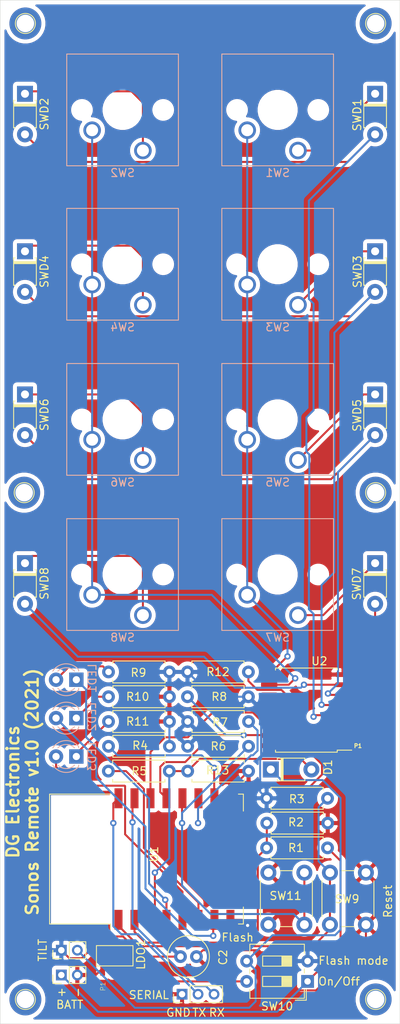
<source format=kicad_pcb>
(kicad_pcb (version 20171130) (host pcbnew "(5.1.9)-1")
  (layers (0 F.Cu signal) (31 B.Cu signal) (34 B.Paste user) (35 F.Paste user) (36 B.SilkS user hide) (37 F.SilkS user) (38 B.Mask user) (39 F.Mask user) (44 Edge.Cuts user))
  (net 0 "")
  (net 1 GND)
  (net 2 +3V3)
  (net 3 /+VE_BATT)
  (net 4 /ADC)
  (net 5 "Net-(R3-Pad1)")
  (net 6 "Net-(R5-Pad2)")
  (net 7 "Net-(R6-Pad2)")
  (net 8 /SDA)
  (net 9 /SCL)
  (net 10 "Net-(SW1-Pad2)")
  (net 11 "Net-(LED1-Pad2)")
  (net 12 "Net-(LED1-Pad1)")
  (net 13 "Net-(LED2-Pad2)")
  (net 14 "Net-(LED2-Pad1)")
  (net 15 "Net-(LED3-Pad2)")
  (net 16 "Net-(LED3-Pad1)")
  (net 17 "Net-(SW1-Pad1)")
  (net 18 "Net-(SW2-Pad2)")
  (net 19 "Net-(SW2-Pad1)")
  (net 20 "Net-(SW3-Pad1)")
  (net 21 "Net-(SW4-Pad1)")
  (net 22 "Net-(SW5-Pad1)")
  (net 23 "Net-(SW6-Pad1)")
  (net 24 "Net-(SW7-Pad1)")
  (net 25 "Net-(SW8-Pad1)")
  (net 26 "Net-(SWD1-Pad2)")
  (net 27 "Net-(SWD3-Pad2)")
  (net 28 "Net-(SWD5-Pad2)")
  (net 29 "Net-(SWD7-Pad2)")
  (net 30 /CH_PD)
  (net 31 /TILT)
  (net 32 "Net-(LDO1-Pad2)")
  (net 33 "Net-(R4-Pad1)")
  (net 34 "Net-(R7-Pad2)")
  (net 35 /TXD)
  (net 36 /RXD)
  (module Package_SO:SOIC-16W_7.5x10.3mm_P1.27mm (layer F.Cu) (at 60.3 111.775 180)
    (fp_text reference U2 (at -1.625 6.125) (layer F.SilkS))
    (fp_text value PCF8574)
    (fp_text user P1 (at -6.45 -4.475 180) (layer F.SilkS) (effects (font (size 0.5 0.5) (thickness 0.125))))
    (pad 16 smd roundrect (at 4.65 -4.445 180) (size 2.05 0.6) (layers F.Cu F.Paste F.Mask) (net 2 +3V3))
    (pad 15 smd roundrect (at 4.65 -3.175 180) (size 2.05 0.6) (layers F.Cu F.Paste F.Mask) (net 8 /SDA))
    (pad 14 smd roundrect (at 4.65 -1.905 180) (size 2.05 0.6) (layers F.Cu F.Paste F.Mask) (net 9 /SCL))
    (pad 13 smd roundrect (at 4.65 -0.635 180) (size 2.05 0.6) (layers F.Cu F.Paste F.Mask))
    (pad 12 smd roundrect (at 4.65 0.635 180) (size 2.05 0.6) (layers F.Cu F.Paste F.Mask))
    (pad 11 smd roundrect (at 4.65 1.905 180) (size 2.05 0.6) (layers F.Cu F.Paste F.Mask))
    (pad 10 smd roundrect (at 4.65 3.175 180) (size 2.05 0.6) (layers F.Cu F.Paste F.Mask) (net 18 "Net-(SW2-Pad2)"))
    (pad 9 smd roundrect (at 4.65 4.445 180) (size 2.05 0.6) (layers F.Cu F.Paste F.Mask) (net 10 "Net-(SW1-Pad2)"))
    (pad 8 smd roundrect (at -4.65 4.445 180) (size 2.05 0.6) (layers F.Cu F.Paste F.Mask) (net 1 GND))
    (pad 7 smd roundrect (at -4.65 3.175 180) (size 2.05 0.6) (layers F.Cu F.Paste F.Mask) (net 29 "Net-(SWD7-Pad2)"))
    (pad 6 smd roundrect (at -4.65 1.905 180) (size 2.05 0.6) (layers F.Cu F.Paste F.Mask) (net 28 "Net-(SWD5-Pad2)"))
    (pad 5 smd roundrect (at -4.65 0.635 180) (size 2.05 0.6) (layers F.Cu F.Paste F.Mask) (net 27 "Net-(SWD3-Pad2)"))
    (pad 4 smd roundrect (at -4.65 -0.635 180) (size 2.05 0.6) (layers F.Cu F.Paste F.Mask) (net 26 "Net-(SWD1-Pad2)"))
    (pad 3 smd roundrect (at -4.65 -1.905 180) (size 2.05 0.6) (layers F.Cu F.Paste F.Mask) (net 1 GND))
    (pad 2 smd roundrect (at -4.65 -3.175 180) (size 2.05 0.6) (layers F.Cu F.Paste F.Mask) (net 1 GND))
    (pad 1 smd roundrect (at -4.65 -4.445 180) (size 2.05 0.6) (layers F.Cu F.Paste F.Mask) (net 1 GND))
  )
  (module Connector_Pin:Pin_D1.0mm_L10.0mm (layer F.Cu) (at 68.965 147.955)
    (fp_text reference " " hide)
    (fp_text value " " hide)
    (pad 1 thru_hole circle (at 0 0) (size 4 4) (drill 2.2) (layers *.Cu *.Mask))
  )
  (module Connector_Pin:Pin_D1.0mm_L10.0mm (layer F.Cu) (at 25.15 147.955)
    (fp_text reference " " hide)
    (fp_text value " " hide)
    (pad 1 thru_hole circle (at 0 0) (size 4 4) (drill 2.2) (layers *.Cu *.Mask))
  )
  (module Connector_Pin:Pin_D1.0mm_L10.0mm (layer F.Cu) (at 25 84.582)
    (fp_text reference " " hide)
    (fp_text value " " hide)
    (pad 1 thru_hole circle (at 0 0) (size 4 4) (drill 2.2) (layers *.Cu *.Mask))
  )
  (module Connector_Pin:Pin_D1.0mm_L10.0mm (layer F.Cu) (at 68.965 84.582)
    (fp_text reference " " hide)
    (fp_text value " " hide)
    (pad 1 thru_hole circle (at 0 0) (size 4 4) (drill 2.2) (layers *.Cu *.Mask))
  )
  (module Connector_Pin:Pin_D1.0mm_L10.0mm (layer F.Cu) (at 68.965 25.908)
    (fp_text reference " " hide)
    (fp_text value " " hide)
    (pad 1 thru_hole circle (at 0 0) (size 4 4) (drill 2.2) (layers *.Cu *.Mask))
  )
  (module Connector_Pin:Pin_D1.0mm_L10.0mm (layer F.Cu) (at 25.15 25.908)
    (fp_text reference " " hide)
    (fp_text value " " hide)
    (pad 1 thru_hole circle (at 0 0) (size 4 4) (drill 2.2) (layers *.Cu *.Mask))
  )
  (module RF_Module:ESP-12E (layer F.Cu) (at 40.3 130.4 90)
    (fp_text reference U1 (at 0.6 0.95 90) (layer F.SilkS))
    (fp_text value ESP-12F)
    (pad 22 smd rect (at 7.6 -3.5 90) (size 2.5 1) (layers F.Cu F.Paste F.Mask) (net 35 /TXD))
    (pad 21 smd rect (at 7.6 -1.5 90) (size 2.5 1) (layers F.Cu F.Paste F.Mask) (net 36 /RXD))
    (pad 20 smd rect (at 7.6 0.5 90) (size 2.5 1) (layers F.Cu F.Paste F.Mask) (net 9 /SCL))
    (pad 19 smd rect (at 7.6 2.5 90) (size 2.5 1) (layers F.Cu F.Paste F.Mask) (net 8 /SDA))
    (pad 18 smd rect (at 7.6 4.5 90) (size 2.5 1) (layers F.Cu F.Paste F.Mask) (net 7 "Net-(R6-Pad2)"))
    (pad 17 smd rect (at 7.6 6.5 90) (size 2.5 1) (layers F.Cu F.Paste F.Mask) (net 34 "Net-(R7-Pad2)"))
    (pad 16 smd rect (at 7.6 8.5 90) (size 2.5 1) (layers F.Cu F.Paste F.Mask) (net 33 "Net-(R4-Pad1)"))
    (pad 15 smd rect (at 7.6 10.5 90) (size 2.5 1) (layers F.Cu F.Paste F.Mask) (net 1 GND))
    (pad 14 smd rect (at 5 12 90) (size 1 1.8) (layers F.Cu F.Paste F.Mask))
    (pad 13 smd rect (at 3 12 90) (size 1 1.8) (layers F.Cu F.Paste F.Mask))
    (pad 12 smd rect (at 1 12 90) (size 1 1.8) (layers F.Cu F.Paste F.Mask))
    (pad 11 smd rect (at -1 12 90) (size 1 1.8) (layers F.Cu F.Paste F.Mask))
    (pad 10 smd rect (at -3 12 90) (size 1 1.8) (layers F.Cu F.Paste F.Mask))
    (pad 9 smd rect (at -5 12 90) (size 1 1.8) (layers F.Cu F.Paste F.Mask))
    (pad 8 smd rect (at -7.6 10.5 90) (size 2.5 1) (layers F.Cu F.Paste F.Mask) (net 2 +3V3))
    (pad 7 smd rect (at -7.6 8.5 90) (size 2.5 1) (layers F.Cu F.Paste F.Mask) (net 13 "Net-(LED2-Pad2)"))
    (pad 6 smd rect (at -7.6 6.5 90) (size 2.5 1) (layers F.Cu F.Paste F.Mask) (net 6 "Net-(R5-Pad2)"))
    (pad 5 smd rect (at -7.6 4.5 90) (size 2.5 1) (layers F.Cu F.Paste F.Mask) (net 15 "Net-(LED3-Pad2)"))
    (pad 4 smd rect (at -7.6 2.5 90) (size 2.5 1) (layers F.Cu F.Paste F.Mask) (net 12 "Net-(LED1-Pad1)"))
    (pad 3 smd rect (at -7.6 0.5 90) (size 2.5 1) (layers F.Cu F.Paste F.Mask) (net 30 /CH_PD))
    (pad 2 smd rect (at -7.6 -1.5 90) (size 2.5 1) (layers F.Cu F.Paste F.Mask) (net 4 /ADC))
    (pad 1 smd rect (at -7.6 -3.5 90) (size 2.5 1) (layers F.Cu F.Paste F.Mask) (net 5 "Net-(R3-Pad1)"))
  )
  (module LED_THT:LED_D3.0mm (layer B.Cu) (at 31.525 112.775 180)
    (fp_text reference LED2 (at -1.95 0.175 -90) (layer B.SilkS) (effects (justify mirror)))
    (fp_text value ROOM0)
    (pad 2 thru_hole circle (at 2.54 0 180) (size 1.8 1.8) (drill 0.9) (layers *.Cu *.Mask) (net 13 "Net-(LED2-Pad2)"))
    (pad 1 thru_hole rect (at 0 0 180) (size 1.8 1.8) (drill 0.9) (layers *.Cu *.Mask) (net 14 "Net-(LED2-Pad1)"))
  )
  (module Resistor_THT:R_Axial_DIN0207_L6.3mm_D2.5mm_P7.62mm_Horizontal (layer F.Cu) (at 45.45 119.4)
    (fp_text reference R13 (at 3.75 -0.1) (layer F.SilkS))
    (fp_text value 10K)
    (pad 2 thru_hole oval (at 7.62 0) (size 1.6 1.6) (drill 0.8) (layers *.Cu *.Mask) (net 1 GND))
    (pad 1 thru_hole circle (at 0 0) (size 1.6 1.6) (drill 0.8) (layers *.Cu *.Mask) (net 30 /CH_PD))
  )
  (module Resistor_THT:R_Axial_DIN0207_L6.3mm_D2.5mm_P7.62mm_Horizontal (layer F.Cu) (at 53.05 107 180)
    (fp_text reference R12 (at 3.81 0) (layer F.SilkS))
    (fp_text value 2.2K)
    (pad 2 thru_hole oval (at 7.62 0 180) (size 1.6 1.6) (drill 0.8) (layers *.Cu *.Mask) (net 2 +3V3))
    (pad 1 thru_hole circle (at 0 0 180) (size 1.6 1.6) (drill 0.8) (layers *.Cu *.Mask) (net 9 /SCL))
  )
  (module Resistor_THT:R_Axial_DIN0207_L6.3mm_D2.5mm_P7.62mm_Horizontal (layer F.Cu) (at 35.55 113.2)
    (fp_text reference R11 (at 3.65 0) (layer F.SilkS))
    (fp_text value 220)
    (pad 2 thru_hole oval (at 7.62 0) (size 1.6 1.6) (drill 0.8) (layers *.Cu *.Mask) (net 1 GND))
    (pad 1 thru_hole circle (at 0 0) (size 1.6 1.6) (drill 0.8) (layers *.Cu *.Mask) (net 16 "Net-(LED3-Pad1)"))
  )
  (module Resistor_THT:R_Axial_DIN0207_L6.3mm_D2.5mm_P7.62mm_Horizontal (layer F.Cu) (at 35.55 110.1)
    (fp_text reference R10 (at 3.65 0) (layer F.SilkS))
    (fp_text value 220)
    (pad 2 thru_hole oval (at 7.62 0) (size 1.6 1.6) (drill 0.8) (layers *.Cu *.Mask) (net 1 GND))
    (pad 1 thru_hole circle (at 0 0) (size 1.6 1.6) (drill 0.8) (layers *.Cu *.Mask) (net 14 "Net-(LED2-Pad1)"))
  )
  (module Resistor_THT:R_Axial_DIN0207_L6.3mm_D2.5mm_P7.62mm_Horizontal (layer F.Cu) (at 35.55 107)
    (fp_text reference R9 (at 3.75 0.1) (layer F.SilkS))
    (fp_text value 220)
    (pad 2 thru_hole oval (at 7.62 0) (size 1.6 1.6) (drill 0.8) (layers *.Cu *.Mask) (net 2 +3V3))
    (pad 1 thru_hole circle (at 0 0) (size 1.6 1.6) (drill 0.8) (layers *.Cu *.Mask) (net 11 "Net-(LED1-Pad2)"))
  )
  (module Resistor_THT:R_Axial_DIN0207_L6.3mm_D2.5mm_P7.62mm_Horizontal (layer F.Cu) (at 53.05 110.1 180)
    (fp_text reference R8 (at 3.65 0) (layer F.SilkS))
    (fp_text value 2.2K)
    (pad 2 thru_hole oval (at 7.62 0 180) (size 1.6 1.6) (drill 0.8) (layers *.Cu *.Mask) (net 8 /SDA))
    (pad 1 thru_hole circle (at 0 0 180) (size 1.6 1.6) (drill 0.8) (layers *.Cu *.Mask) (net 2 +3V3))
  )
  (module Resistor_THT:R_Axial_DIN0207_L6.3mm_D2.5mm_P7.62mm_Horizontal (layer F.Cu) (at 45.45 113.2)
    (fp_text reference R7 (at 4.05 0.1) (layer F.SilkS))
    (fp_text value 10K)
    (pad 2 thru_hole oval (at 7.62 0) (size 1.6 1.6) (drill 0.8) (layers *.Cu *.Mask) (net 34 "Net-(R7-Pad2)"))
    (pad 1 thru_hole circle (at 0 0) (size 1.6 1.6) (drill 0.8) (layers *.Cu *.Mask) (net 2 +3V3))
  )
  (module Resistor_THT:R_Axial_DIN0207_L6.3mm_D2.5mm_P7.62mm_Horizontal (layer F.Cu) (at 45.45 116.3)
    (fp_text reference R6 (at 3.85 0) (layer F.SilkS))
    (fp_text value 10K)
    (pad 2 thru_hole oval (at 7.62 0) (size 1.6 1.6) (drill 0.8) (layers *.Cu *.Mask) (net 7 "Net-(R6-Pad2)"))
    (pad 1 thru_hole circle (at 0 0) (size 1.6 1.6) (drill 0.8) (layers *.Cu *.Mask) (net 2 +3V3))
  )
  (module Resistor_THT:R_Axial_DIN0207_L6.3mm_D2.5mm_P7.62mm_Horizontal (layer F.Cu) (at 43.15 119.4 180)
    (fp_text reference R5 (at 3.75 0) (layer F.SilkS))
    (fp_text value 1K)
    (pad 2 thru_hole oval (at 7.62 0 180) (size 1.6 1.6) (drill 0.8) (layers *.Cu *.Mask) (net 6 "Net-(R5-Pad2)"))
    (pad 1 thru_hole circle (at 0 0 180) (size 1.6 1.6) (drill 0.8) (layers *.Cu *.Mask) (net 30 /CH_PD))
  )
  (module Resistor_THT:R_Axial_DIN0207_L6.3mm_D2.5mm_P7.62mm_Horizontal (layer F.Cu) (at 35.55 116.3)
    (fp_text reference R4 (at 3.95 -0.1) (layer F.SilkS))
    (fp_text value 10K)
    (pad 2 thru_hole oval (at 7.62 0) (size 1.6 1.6) (drill 0.8) (layers *.Cu *.Mask) (net 1 GND))
    (pad 1 thru_hole circle (at 0 0) (size 1.6 1.6) (drill 0.8) (layers *.Cu *.Mask) (net 33 "Net-(R4-Pad1)"))
  )
  (module Resistor_THT:R_Axial_DIN0207_L6.3mm_D2.5mm_P7.62mm_Horizontal (layer F.Cu) (at 62.95 122.8 180)
    (fp_text reference R3 (at 3.85 -0.1) (layer F.SilkS))
    (fp_text value 10K)
    (pad 2 thru_hole oval (at 7.62 0 180) (size 1.6 1.6) (drill 0.8) (layers *.Cu *.Mask) (net 2 +3V3))
    (pad 1 thru_hole circle (at 0 0 180) (size 1.6 1.6) (drill 0.8) (layers *.Cu *.Mask) (net 5 "Net-(R3-Pad1)"))
  )
  (module Resistor_THT:R_Axial_DIN0207_L6.3mm_D2.5mm_P7.62mm_Horizontal (layer F.Cu) (at 55.35 125.9)
    (fp_text reference R2 (at 3.65 -0.1) (layer F.SilkS))
    (fp_text value 10K)
    (pad 2 thru_hole oval (at 7.62 0) (size 1.6 1.6) (drill 0.8) (layers *.Cu *.Mask) (net 1 GND))
    (pad 1 thru_hole circle (at 0 0) (size 1.6 1.6) (drill 0.8) (layers *.Cu *.Mask) (net 4 /ADC))
  )
  (module Connector_PinHeader_2.00mm:PinHeader_1x03_P2.00mm_Vertical (layer F.Cu) (at 44.75 147.3 90)
    (fp_text reference SERIAL (at -0.1 -4.15 180) (layer F.SilkS))
    (fp_text value Serial)
    (fp_text user GND (at -2.3 -0.45 180) (layer F.SilkS))
    (fp_text user TX (at -2.3 2.15 180) (layer F.SilkS))
    (fp_text user RX (at -2.3 4.35 180) (layer F.SilkS))
    (pad 3 thru_hole oval (at 0 4 90) (size 1.35 1.35) (drill 0.8) (layers *.Cu *.Mask) (net 36 /RXD))
    (pad 2 thru_hole oval (at 0 2 90) (size 1.35 1.35) (drill 0.8) (layers *.Cu *.Mask) (net 35 /TXD))
    (pad 1 thru_hole rect (at 0 0 90) (size 1.35 1.35) (drill 0.8) (layers *.Cu *.Mask) (net 1 GND))
  )
  (module Connector_PinHeader_2.00mm:PinHeader_1x02_P2.00mm_Vertical (layer F.Cu) (at 29.65 141.8 90)
    (fp_text reference TILT (at 0 -2.35 90) (layer F.SilkS))
    (fp_text value Conn_01x02_Female hide)
    (pad 2 thru_hole oval (at 0 2 90) (size 1.35 1.35) (drill 0.8) (layers *.Cu *.Mask) (net 31 /TILT))
    (pad 1 thru_hole rect (at 0 0 90) (size 1.35 1.35) (drill 0.8) (layers *.Cu *.Mask) (net 2 +3V3))
  )
  (module Diode_THT:D_T-1_P5.08mm_Horizontal (layer F.Cu) (at 25.1 93.4 270)
    (fp_text reference SWD8 (at 2.54 -2.42 90) (layer F.SilkS))
    (fp_text value DIODE)
    (pad 2 thru_hole oval (at 5.08 0 270) (size 2 2) (drill 1) (layers *.Cu *.Mask) (net 29 "Net-(SWD7-Pad2)"))
    (pad 1 thru_hole rect (at 0 0 270) (size 2 2) (drill 1) (layers *.Cu *.Mask) (net 25 "Net-(SW8-Pad1)"))
  )
  (module Diode_THT:D_T-1_P5.08mm_Horizontal (layer F.Cu) (at 68.9 93.4 270)
    (fp_text reference SWD7 (at 2.6 2.3 90) (layer F.SilkS))
    (fp_text value DIODE)
    (pad 2 thru_hole oval (at 5.08 0 270) (size 2 2) (drill 1) (layers *.Cu *.Mask) (net 29 "Net-(SWD7-Pad2)"))
    (pad 1 thru_hole rect (at 0 0 270) (size 2 2) (drill 1) (layers *.Cu *.Mask) (net 24 "Net-(SW7-Pad1)"))
  )
  (module Diode_THT:D_T-1_P5.08mm_Horizontal (layer F.Cu) (at 25.1 72.3 270)
    (fp_text reference SWD6 (at 2.54 -2.42 90) (layer F.SilkS))
    (fp_text value DIODE)
    (pad 2 thru_hole oval (at 5.08 0 270) (size 2 2) (drill 1) (layers *.Cu *.Mask) (net 28 "Net-(SWD5-Pad2)"))
    (pad 1 thru_hole rect (at 0 0 270) (size 2 2) (drill 1) (layers *.Cu *.Mask) (net 23 "Net-(SW6-Pad1)"))
  )
  (module Diode_THT:D_T-1_P5.08mm_Horizontal (layer F.Cu) (at 68.9 72.3 270)
    (fp_text reference SWD5 (at 2.625 2.25 90) (layer F.SilkS))
    (fp_text value DIODE)
    (pad 2 thru_hole oval (at 5.08 0 270) (size 2 2) (drill 1) (layers *.Cu *.Mask) (net 28 "Net-(SWD5-Pad2)"))
    (pad 1 thru_hole rect (at 0 0 270) (size 2 2) (drill 1) (layers *.Cu *.Mask) (net 22 "Net-(SW5-Pad1)"))
  )
  (module Diode_THT:D_T-1_P5.08mm_Horizontal (layer F.Cu) (at 25.1 54.4 270)
    (fp_text reference SWD4 (at 2.54 -2.42 90) (layer F.SilkS))
    (fp_text value DIODE)
    (pad 2 thru_hole oval (at 5.08 0 270) (size 2 2) (drill 1) (layers *.Cu *.Mask) (net 27 "Net-(SWD3-Pad2)"))
    (pad 1 thru_hole rect (at 0 0 270) (size 2 2) (drill 1) (layers *.Cu *.Mask) (net 21 "Net-(SW4-Pad1)"))
  )
  (module Diode_THT:D_T-1_P5.08mm_Horizontal (layer F.Cu) (at 68.9 54.4 270)
    (fp_text reference SWD3 (at 2.55 2.2 90) (layer F.SilkS))
    (fp_text value DIODE)
    (pad 2 thru_hole oval (at 5.08 0 270) (size 2 2) (drill 1) (layers *.Cu *.Mask) (net 27 "Net-(SWD3-Pad2)"))
    (pad 1 thru_hole rect (at 0 0 270) (size 2 2) (drill 1) (layers *.Cu *.Mask) (net 20 "Net-(SW3-Pad1)"))
  )
  (module Diode_THT:D_T-1_P5.08mm_Horizontal (layer F.Cu) (at 25.1 34.7 270)
    (fp_text reference SWD2 (at 2.54 -2.42 90) (layer F.SilkS))
    (fp_text value DIODE)
    (pad 2 thru_hole oval (at 5.08 0 270) (size 2 2) (drill 1) (layers *.Cu *.Mask) (net 26 "Net-(SWD1-Pad2)"))
    (pad 1 thru_hole rect (at 0 0 270) (size 2 2) (drill 1) (layers *.Cu *.Mask) (net 19 "Net-(SW2-Pad1)"))
  )
  (module Diode_THT:D_T-1_P5.08mm_Horizontal (layer F.Cu) (at 68.9 34.7 270)
    (fp_text reference SWD1 (at 2.65 2.25 90) (layer F.SilkS))
    (fp_text value DIODE hide)
    (pad 2 thru_hole oval (at 5.08 0 270) (size 2 2) (drill 1) (layers *.Cu *.Mask) (net 26 "Net-(SWD1-Pad2)"))
    (pad 1 thru_hole rect (at 0 0 270) (size 2 2) (drill 1) (layers *.Cu *.Mask) (net 17 "Net-(SW1-Pad1)"))
  )
  (module Button_Switch_Keyboard:SW_Cherry_MX_1.00u_PCB (layer B.Cu) (at 39.85 99.9)
    (fp_text reference SW8 (at -2.54 2.794) (layer B.SilkS) (effects (justify mirror)))
    (fp_text value SW_Push)
    (pad "" np_thru_hole circle (at 2.54 -5.08) (size 1.7 1.7) (drill 1.7) (layers *.Cu *.Mask))
    (pad "" np_thru_hole circle (at -7.62 -5.08) (size 1.7 1.7) (drill 1.7) (layers *.Cu *.Mask))
    (pad "" np_thru_hole circle (at -2.54 -5.08) (size 4 4) (drill 4) (layers *.Cu *.Mask))
    (pad 2 thru_hole circle (at -6.35 -2.54) (size 2.2 2.2) (drill 1.5) (layers *.Cu *.Mask) (net 18 "Net-(SW2-Pad2)"))
    (pad 1 thru_hole circle (at 0 0) (size 2.2 2.2) (drill 1.5) (layers *.Cu *.Mask) (net 25 "Net-(SW8-Pad1)"))
  )
  (module Button_Switch_Keyboard:SW_Cherry_MX_1.00u_PCB (layer B.Cu) (at 59.25 99.9)
    (fp_text reference SW7 (at -2.54 2.794) (layer B.SilkS) (effects (justify mirror)))
    (fp_text value SW_Push)
    (pad "" np_thru_hole circle (at 2.54 -5.08) (size 1.7 1.7) (drill 1.7) (layers *.Cu *.Mask))
    (pad "" np_thru_hole circle (at -7.62 -5.08) (size 1.7 1.7) (drill 1.7) (layers *.Cu *.Mask))
    (pad "" np_thru_hole circle (at -2.54 -5.08) (size 4 4) (drill 4) (layers *.Cu *.Mask))
    (pad 2 thru_hole circle (at -6.35 -2.54) (size 2.2 2.2) (drill 1.5) (layers *.Cu *.Mask) (net 10 "Net-(SW1-Pad2)"))
    (pad 1 thru_hole circle (at 0 0) (size 2.2 2.2) (drill 1.5) (layers *.Cu *.Mask) (net 24 "Net-(SW7-Pad1)"))
  )
  (module Button_Switch_Keyboard:SW_Cherry_MX_1.00u_PCB (layer B.Cu) (at 39.85 80.5)
    (fp_text reference SW6 (at -2.54 2.794) (layer B.SilkS) (effects (justify mirror)))
    (fp_text value SW_Push)
    (pad "" np_thru_hole circle (at 2.54 -5.08) (size 1.7 1.7) (drill 1.7) (layers *.Cu *.Mask))
    (pad "" np_thru_hole circle (at -7.62 -5.08) (size 1.7 1.7) (drill 1.7) (layers *.Cu *.Mask))
    (pad "" np_thru_hole circle (at -2.54 -5.08) (size 4 4) (drill 4) (layers *.Cu *.Mask))
    (pad 2 thru_hole circle (at -6.35 -2.54) (size 2.2 2.2) (drill 1.5) (layers *.Cu *.Mask) (net 18 "Net-(SW2-Pad2)"))
    (pad 1 thru_hole circle (at 0 0) (size 2.2 2.2) (drill 1.5) (layers *.Cu *.Mask) (net 23 "Net-(SW6-Pad1)"))
  )
  (module Button_Switch_Keyboard:SW_Cherry_MX_1.00u_PCB (layer B.Cu) (at 59.25 80.5)
    (fp_text reference SW5 (at -2.54 2.794) (layer B.SilkS) (effects (justify mirror)))
    (fp_text value SW_Push)
    (pad "" np_thru_hole circle (at 2.54 -5.08) (size 1.7 1.7) (drill 1.7) (layers *.Cu *.Mask))
    (pad "" np_thru_hole circle (at -7.62 -5.08) (size 1.7 1.7) (drill 1.7) (layers *.Cu *.Mask))
    (pad "" np_thru_hole circle (at -2.54 -5.08) (size 4 4) (drill 4) (layers *.Cu *.Mask))
    (pad 2 thru_hole circle (at -6.35 -2.54) (size 2.2 2.2) (drill 1.5) (layers *.Cu *.Mask) (net 10 "Net-(SW1-Pad2)"))
    (pad 1 thru_hole circle (at 0 0) (size 2.2 2.2) (drill 1.5) (layers *.Cu *.Mask) (net 22 "Net-(SW5-Pad1)"))
  )
  (module Button_Switch_Keyboard:SW_Cherry_MX_1.00u_PCB (layer B.Cu) (at 39.85 61.1)
    (fp_text reference SW4 (at -2.54 2.794) (layer B.SilkS) (effects (justify mirror)))
    (fp_text value SW_Push)
    (pad "" np_thru_hole circle (at 2.54 -5.08) (size 1.7 1.7) (drill 1.7) (layers *.Cu *.Mask))
    (pad "" np_thru_hole circle (at -7.62 -5.08) (size 1.7 1.7) (drill 1.7) (layers *.Cu *.Mask))
    (pad "" np_thru_hole circle (at -2.54 -5.08) (size 4 4) (drill 4) (layers *.Cu *.Mask))
    (pad 2 thru_hole circle (at -6.35 -2.54) (size 2.2 2.2) (drill 1.5) (layers *.Cu *.Mask) (net 18 "Net-(SW2-Pad2)"))
    (pad 1 thru_hole circle (at 0 0) (size 2.2 2.2) (drill 1.5) (layers *.Cu *.Mask) (net 21 "Net-(SW4-Pad1)"))
  )
  (module Button_Switch_Keyboard:SW_Cherry_MX_1.00u_PCB (layer B.Cu) (at 59.25 61.1)
    (fp_text reference SW3 (at -2.54 2.794) (layer B.SilkS) (effects (justify mirror)))
    (fp_text value SW_Push)
    (pad "" np_thru_hole circle (at 2.54 -5.08) (size 1.7 1.7) (drill 1.7) (layers *.Cu *.Mask))
    (pad "" np_thru_hole circle (at -7.62 -5.08) (size 1.7 1.7) (drill 1.7) (layers *.Cu *.Mask))
    (pad "" np_thru_hole circle (at -2.54 -5.08) (size 4 4) (drill 4) (layers *.Cu *.Mask))
    (pad 2 thru_hole circle (at -6.35 -2.54) (size 2.2 2.2) (drill 1.5) (layers *.Cu *.Mask) (net 10 "Net-(SW1-Pad2)"))
    (pad 1 thru_hole circle (at 0 0) (size 2.2 2.2) (drill 1.5) (layers *.Cu *.Mask) (net 20 "Net-(SW3-Pad1)"))
  )
  (module Button_Switch_Keyboard:SW_Cherry_MX_1.00u_PCB (layer B.Cu) (at 39.85 41.8)
    (fp_text reference SW2 (at -2.54 2.794) (layer B.SilkS) (effects (justify mirror)))
    (fp_text value SW_Push hide)
    (pad "" np_thru_hole circle (at 2.54 -5.08) (size 1.7 1.7) (drill 1.7) (layers *.Cu *.Mask))
    (pad "" np_thru_hole circle (at -7.62 -5.08) (size 1.7 1.7) (drill 1.7) (layers *.Cu *.Mask))
    (pad "" np_thru_hole circle (at -2.54 -5.08) (size 4 4) (drill 4) (layers *.Cu *.Mask))
    (pad 2 thru_hole circle (at -6.35 -2.54) (size 2.2 2.2) (drill 1.5) (layers *.Cu *.Mask) (net 18 "Net-(SW2-Pad2)"))
    (pad 1 thru_hole circle (at 0 0) (size 2.2 2.2) (drill 1.5) (layers *.Cu *.Mask) (net 19 "Net-(SW2-Pad1)"))
  )
  (module Button_Switch_Keyboard:SW_Cherry_MX_1.00u_PCB (layer B.Cu) (at 59.25 41.8)
    (fp_text reference SW1 (at -2.54 2.794) (layer B.SilkS) (effects (justify mirror)))
    (fp_text value SW_Push hide)
    (pad "" np_thru_hole circle (at 2.54 -5.08) (size 1.7 1.7) (drill 1.7) (layers *.Cu *.Mask))
    (pad "" np_thru_hole circle (at -7.62 -5.08) (size 1.7 1.7) (drill 1.7) (layers *.Cu *.Mask))
    (pad "" np_thru_hole circle (at -2.54 -5.08) (size 4 4) (drill 4) (layers *.Cu *.Mask))
    (pad 2 thru_hole circle (at -6.35 -2.54) (size 2.2 2.2) (drill 1.5) (layers *.Cu *.Mask) (net 10 "Net-(SW1-Pad2)"))
    (pad 1 thru_hole circle (at 0 0) (size 2.2 2.2) (drill 1.5) (layers *.Cu *.Mask) (net 17 "Net-(SW1-Pad1)"))
  )
  (module Resistor_THT:R_Axial_DIN0207_L6.3mm_D2.5mm_P7.62mm_Horizontal (layer F.Cu) (at 62.95 129 180)
    (fp_text reference R1 (at 3.95 0 180) (layer F.SilkS))
    (fp_text value 33K)
    (pad 2 thru_hole oval (at 7.62 0 180) (size 1.6 1.6) (drill 0.8) (layers *.Cu *.Mask) (net 4 /ADC))
    (pad 1 thru_hole circle (at 0 0 180) (size 1.6 1.6) (drill 0.8) (layers *.Cu *.Mask) (net 3 /+VE_BATT))
  )
  (module LED_THT:LED_D3.0mm (layer B.Cu) (at 31.525 117.575 180)
    (fp_text reference LED3 (at -1.95 0 -90) (layer B.SilkS) (effects (justify mirror)))
    (fp_text value ROOM1)
    (pad 2 thru_hole circle (at 2.54 0 180) (size 1.8 1.8) (drill 0.9) (layers *.Cu *.Mask) (net 15 "Net-(LED3-Pad2)"))
    (pad 1 thru_hole rect (at 0 0 180) (size 1.8 1.8) (drill 0.9) (layers *.Cu *.Mask) (net 16 "Net-(LED3-Pad1)"))
  )
  (module LED_THT:LED_D3.0mm (layer B.Cu) (at 31.525 107.975 180)
    (fp_text reference LED1 (at -2 0.175 -90) (layer B.SilkS) (effects (justify mirror)))
    (fp_text value BUSY)
    (pad 2 thru_hole circle (at 2.54 0 180) (size 1.8 1.8) (drill 0.9) (layers *.Cu *.Mask) (net 11 "Net-(LED1-Pad2)"))
    (pad 1 thru_hole rect (at 0 0 180) (size 1.8 1.8) (drill 0.9) (layers *.Cu *.Mask) (net 12 "Net-(LED1-Pad1)"))
  )
  (module Parts_Footprints:HT733A (layer F.Cu) (at 36.326 143.51)
    (fp_text reference LDO1 (at 3.275 -1.175 270) (layer F.SilkS))
    (fp_text value HT733A)
    (fp_text user P1 (at -1.475 2.825 270) (layer F.SilkS) (effects (font (size 0.6 0.6) (thickness 0.05))))
    (pad 1 smd rect (at -1.5 0.6096) (size 0.58 1.73) (layers F.Cu F.Paste F.Mask) (net 1 GND))
    (pad 3 smd rect (at 1.5 0.6096) (size 0.58 1.73) (layers F.Cu F.Paste F.Mask) (net 2 +3V3))
    (pad 2 smd custom (at 0 -1.524) (size 1.933 3.03) (layers F.Cu F.Paste F.Mask) (net 32 "Net-(LDO1-Pad2)") (options (clearance outline) (anchor rect)) (primitives (gr_poly (pts (xy -0.38 1.5) (xy -0.38 3) (xy 0.38 3) (xy 0.38 1.5)) (width 0))))
  )
  (module Diode_THT:D_T-1_P5.08mm_Horizontal (layer F.Cu) (at 55.85 119.2)
    (fp_text reference D1 (at 7.15 -0.275 90) (layer F.SilkS))
    (fp_text value DIODE)
    (pad 2 thru_hole oval (at 5.08 0) (size 2 2) (drill 1) (layers *.Cu *.Mask) (net 30 /CH_PD))
    (pad 1 thru_hole rect (at 0 0) (size 2 2) (drill 1) (layers *.Cu *.Mask) (net 31 /TILT))
  )
  (module Capacitor_THT:C_Radial_D5.0mm_H11.0mm_P2.00mm (layer F.Cu) (at 46.55 142.6 180)
    (fp_text reference C2 (at -3.325 -0.1 270) (layer F.SilkS))
    (fp_text value 100u)
    (pad 2 thru_hole circle (at 2 0 180) (size 1.6 1.6) (drill 0.8) (layers *.Cu *.Mask) (net 2 +3V3))
    (pad 1 thru_hole circle (at 0 0 180) (size 1.6 1.6) (drill 0.8) (layers *.Cu *.Mask) (net 1 GND))
  )
  (module Connector_PinHeader_2.00mm:PinHeader_1x02_P2.00mm_Vertical (layer F.Cu) (at 29.65 144.9 90)
    (fp_text reference BATT (at -3.7 1.05 180) (layer F.SilkS))
    (fp_text value Conn_01x02_Female hide)
    (fp_text user + (at -2.175 0 90) (layer F.SilkS))
    (fp_text user - (at -2.175 2.05 90) (layer F.SilkS))
    (pad 2 thru_hole oval (at 0 2 90) (size 1.35 1.35) (drill 0.8) (layers *.Cu *.Mask) (net 1 GND))
    (pad 1 thru_hole rect (at 0 0 90) (size 1.35 1.35) (drill 0.8) (layers *.Cu *.Mask) (net 3 /+VE_BATT))
  )
  (module Button_Switch_THT:SW_PUSH_6mm (layer F.Cu) (at 67.75 132.1 270)
    (fp_text reference SW9 (at 3.3 2.35 180) (layer F.SilkS))
    (fp_text value Reset)
    (fp_text user Reset (at 3.6 -2.75 270) (layer F.SilkS))
    (pad 2 thru_hole circle (at 0 4.5) (size 2 2) (drill 1.1) (layers *.Cu *.Mask) (net 5 "Net-(R3-Pad1)"))
    (pad 1 thru_hole circle (at 0 0) (size 2 2) (drill 1.1) (layers *.Cu *.Mask) (net 1 GND))
    (pad 2 thru_hole circle (at 6.5 4.5) (size 2 2) (drill 1.1) (layers *.Cu *.Mask) (net 5 "Net-(R3-Pad1)"))
    (pad 1 thru_hole circle (at 6.5 0) (size 2 2) (drill 1.1) (layers *.Cu *.Mask) (net 1 GND))
  )
  (module Button_Switch_THT:SW_DIP_SPSTx02_Slide_6.7x6.64mm_W7.62mm_P2.54mm_LowProfile (layer F.Cu) (at 60.45 145.7 180)
    (fp_text reference SW10 (at 3.81 -3.11) (layer F.SilkS))
    (fp_text value SW_DIP_x02)
    (fp_text user "Flash mode" (at -5.75 2.6 180) (layer F.SilkS))
    (fp_text user On/Off (at -3.95 0 180) (layer F.SilkS))
    (pad 1 thru_hole rect (at 0 0 180) (size 1.6 1.6) (drill 0.8) (layers *.Cu *.Mask) (net 3 /+VE_BATT))
    (pad 3 thru_hole oval (at 7.62 2.54 180) (size 1.6 1.6) (drill 0.8) (layers *.Cu *.Mask) (net 31 /TILT))
    (pad 2 thru_hole oval (at 0 2.54 180) (size 1.6 1.6) (drill 0.8) (layers *.Cu *.Mask) (net 2 +3V3))
    (pad 4 thru_hole oval (at 7.62 0 180) (size 1.6 1.6) (drill 0.8) (layers *.Cu *.Mask) (net 32 "Net-(LDO1-Pad2)"))
  )
  (module Button_Switch_THT:SW_PUSH_6mm (layer F.Cu) (at 55.55 138.6 90)
    (fp_text reference SW11 (at 3.6 2.15 180) (layer F.SilkS))
    (fp_text value Flash)
    (fp_text user Flash (at -1.6 -3.85 180) (layer F.SilkS))
    (pad 1 thru_hole circle (at 6.5 0 180) (size 2 2) (drill 1.1) (layers *.Cu *.Mask) (net 1 GND))
    (pad 2 thru_hole circle (at 6.5 4.5 180) (size 2 2) (drill 1.1) (layers *.Cu *.Mask) (net 7 "Net-(R6-Pad2)"))
    (pad 1 thru_hole circle (at 0 0 180) (size 2 2) (drill 1.1) (layers *.Cu *.Mask) (net 1 GND))
    (pad 2 thru_hole circle (at 0 4.5 180) (size 2 2) (drill 1.1) (layers *.Cu *.Mask) (net 7 "Net-(R6-Pad2)"))
  )
  (gr_text "DG Electronics\nSonos Remote v1.0 (2021)" (at 24.8 122 90) (layer F.SilkS) (effects (font (size 1.5 1.5) (thickness 0.3))))
  (gr_line (start 22 151) (end 22 23) (layer Edge.Cuts) (width 0.05))
  (gr_line (start 72 151) (end 22 151) (layer Edge.Cuts) (width 0.05))
  (gr_line (start 72 23) (end 72 151) (layer Edge.Cuts) (width 0.05))
  (gr_line (start 22 23) (end 72 23) (layer Edge.Cuts) (width 0.05))
  (segment (start 33.9596 144.9) (end 34.95 143.9096) (width 0.25) (layer F.Cu) (net 1))
  (segment (start 31.65 144.9) (end 33.9596 144.9) (width 0.25) (layer F.Cu) (net 1))
  (segment (start 64.95 113.68) (end 64.95 114.95) (width 0.25) (layer F.Cu) (net 1))
  (segment (start 64.95 116.22) (end 64.95 114.95) (width 0.25) (layer F.Cu) (net 1))
  (segment (start 50.8 121.67) (end 53.07 119.4) (width 0.25) (layer F.Cu) (net 1))
  (segment (start 50.8 122.8) (end 50.8 121.67) (width 0.25) (layer F.Cu) (net 1))
  (segment (start 61.510001 146.825001) (end 67.75 140.585002) (width 0.25) (layer F.Cu) (net 1))
  (segment (start 54.364999 141.800001) (end 59.389999 146.825001) (width 0.25) (layer F.Cu) (net 1))
  (segment (start 67.75 140.585002) (end 67.75 138.6) (width 0.25) (layer F.Cu) (net 1))
  (segment (start 59.389999 146.825001) (end 61.510001 146.825001) (width 0.25) (layer F.Cu) (net 1))
  (segment (start 47.349999 141.800001) (end 54.364999 141.800001) (width 0.25) (layer F.Cu) (net 1))
  (segment (start 46.55 142.6) (end 47.349999 141.800001) (width 0.25) (layer F.Cu) (net 1))
  (segment (start 64.95 107.33) (end 64.95 106.631) (width 0.25) (layer F.Cu) (net 1))
  (segment (start 43.17 116.3) (end 43.17 113.2) (width 0.25) (layer B.Cu) (net 1))
  (via (at 52.95 138.7) (size 0.8) (drill 0.4) (layers F.Cu B.Cu) (net 2))
  (segment (start 39.2596 142.6) (end 37.95 143.9096) (width 0.25) (layer F.Cu) (net 2))
  (segment (start 44.55 142.6) (end 39.2596 142.6) (width 0.25) (layer F.Cu) (net 2))
  (segment (start 52.25 138) (end 52.95 138.7) (width 0.25) (layer F.Cu) (net 2))
  (segment (start 50.8 138) (end 52.25 138) (width 0.25) (layer F.Cu) (net 2))
  (segment (start 59.291002 122.8) (end 55.33 122.8) (width 0.25) (layer F.Cu) (net 2))
  (segment (start 62.255001 119.836001) (end 59.291002 122.8) (width 0.25) (layer F.Cu) (net 2))
  (segment (start 62.255001 118.563999) (end 62.255001 119.836001) (width 0.25) (layer F.Cu) (net 2))
  (segment (start 59.911002 116.22) (end 62.255001 118.563999) (width 0.25) (layer F.Cu) (net 2))
  (segment (start 55.65 116.22) (end 59.911002 116.22) (width 0.25) (layer F.Cu) (net 2))
  (segment (start 53.05 110.1) (end 53.44501 110.49501) (width 0.25) (layer F.Cu) (net 2))
  (segment (start 48.53 110.1) (end 45.43 107) (width 0.25) (layer B.Cu) (net 2))
  (segment (start 53.05 110.1) (end 48.53 110.1) (width 0.25) (layer B.Cu) (net 2))
  (segment (start 37.977 143.8826) (end 37.95 143.9096) (width 0.25) (layer F.Cu) (net 2))
  (segment (start 54.524999 121.994999) (end 55.33 122.8) (width 0.25) (layer B.Cu) (net 2))
  (segment (start 54.524999 117.939999) (end 54.524999 121.994999) (width 0.25) (layer B.Cu) (net 2))
  (segment (start 54.64501 117.819988) (end 54.524999 117.939999) (width 0.25) (layer B.Cu) (net 2))
  (segment (start 54.64501 111.69501) (end 54.64501 117.819988) (width 0.25) (layer B.Cu) (net 2))
  (segment (start 53.05 110.1) (end 54.64501 111.69501) (width 0.25) (layer B.Cu) (net 2))
  (segment (start 30.650001 142.800001) (end 32.209999 142.800001) (width 0.25) (layer F.Cu) (net 2))
  (segment (start 29.65 141.8) (end 30.650001 142.800001) (width 0.25) (layer F.Cu) (net 2))
  (segment (start 37.826 140.544864) (end 37.826 144.1196) (width 0.25) (layer F.Cu) (net 2))
  (segment (start 37.362136 140.081) (end 37.826 140.544864) (width 0.25) (layer F.Cu) (net 2))
  (segment (start 34.929 140.081) (end 37.362136 140.081) (width 0.25) (layer F.Cu) (net 2))
  (segment (start 32.209999 142.800001) (end 34.929 140.081) (width 0.25) (layer F.Cu) (net 2))
  (segment (start 60.45 145.7) (end 56.65 149.5) (width 0.25) (layer B.Cu) (net 3))
  (segment (start 34.25 149.5) (end 29.65 144.9) (width 0.25) (layer B.Cu) (net 3))
  (segment (start 56.65 149.5) (end 34.25 149.5) (width 0.25) (layer B.Cu) (net 3))
  (segment (start 64.575001 141.574999) (end 60.45 145.7) (width 0.25) (layer F.Cu) (net 3))
  (segment (start 64.575001 130.625001) (end 64.575001 141.574999) (width 0.25) (layer F.Cu) (net 3))
  (segment (start 62.95 129) (end 64.575001 130.625001) (width 0.25) (layer F.Cu) (net 3))
  (segment (start 55.35 128.98) (end 55.33 129) (width 0.25) (layer F.Cu) (net 4))
  (segment (start 55.35 125.9) (end 55.35 128.98) (width 0.25) (layer F.Cu) (net 4))
  (segment (start 54.224999 130.105001) (end 54.224999 139.325001) (width 0.25) (layer F.Cu) (net 4))
  (segment (start 55.33 129) (end 54.224999 130.105001) (width 0.25) (layer F.Cu) (net 4))
  (segment (start 54.224999 139.325001) (end 52.70001 140.84999) (width 0.25) (layer F.Cu) (net 4))
  (segment (start 38.8 139.5) (end 38.8 138) (width 0.25) (layer F.Cu) (net 4))
  (segment (start 40.14999 140.84999) (end 38.8 139.5) (width 0.25) (layer F.Cu) (net 4))
  (segment (start 52.70001 140.84999) (end 40.14999 140.84999) (width 0.25) (layer F.Cu) (net 4))
  (segment (start 63.25 132.1) (end 63.25 138.6) (width 0.25) (layer F.Cu) (net 5))
  (segment (start 36.8 138.75) (end 39.35 141.3) (width 0.25) (layer F.Cu) (net 5))
  (segment (start 36.8 138) (end 36.8 138.75) (width 0.25) (layer F.Cu) (net 5))
  (segment (start 39.35 141.3) (end 61.15 141.3) (width 0.25) (layer F.Cu) (net 5))
  (segment (start 63.25 139.2) (end 63.25 138.6) (width 0.25) (layer F.Cu) (net 5))
  (segment (start 61.15 141.3) (end 63.25 139.2) (width 0.25) (layer F.Cu) (net 5))
  (segment (start 61.824999 130.674999) (end 63.25 132.1) (width 0.25) (layer B.Cu) (net 5))
  (segment (start 61.824999 123.925001) (end 61.824999 130.674999) (width 0.25) (layer B.Cu) (net 5))
  (segment (start 62.95 122.8) (end 61.824999 123.925001) (width 0.25) (layer B.Cu) (net 5))
  (segment (start 39.974999 129.015587) (end 46.8 135.840588) (width 0.25) (layer F.Cu) (net 6))
  (segment (start 39.974999 121.639997) (end 39.974999 129.015587) (width 0.25) (layer F.Cu) (net 6))
  (segment (start 37.735002 119.4) (end 39.974999 121.639997) (width 0.25) (layer F.Cu) (net 6))
  (segment (start 46.8 135.840588) (end 46.8 138) (width 0.25) (layer F.Cu) (net 6))
  (segment (start 35.53 119.4) (end 37.735002 119.4) (width 0.25) (layer F.Cu) (net 6))
  (segment (start 58.724999 137.274999) (end 48.324999 137.274999) (width 0.25) (layer B.Cu) (net 7))
  (segment (start 60.05 138.6) (end 58.724999 137.274999) (width 0.25) (layer B.Cu) (net 7))
  (segment (start 48.324999 137.274999) (end 44.85 133.8) (width 0.25) (layer B.Cu) (net 7))
  (segment (start 44.85 133.8) (end 44.75 133.7) (width 0.25) (layer B.Cu) (net 7))
  (segment (start 44.75 133.7) (end 44.75 125.9) (width 0.25) (layer B.Cu) (net 7))
  (segment (start 44.75 125.9) (end 44.75 125.9) (width 0.25) (layer B.Cu) (net 7))
  (via (at 44.75 125.9) (size 0.8) (drill 0.4) (layers F.Cu B.Cu) (net 7))
  (segment (start 44.75 122.85) (end 44.8 122.8) (width 0.25) (layer F.Cu) (net 7))
  (segment (start 44.75 125.9) (end 44.75 122.85) (width 0.25) (layer F.Cu) (net 7))
  (segment (start 60.05 132.1) (end 60.05 138.6) (width 0.25) (layer F.Cu) (net 7))
  (segment (start 44.75 124.62) (end 44.75 125.9) (width 0.25) (layer B.Cu) (net 7))
  (segment (start 53.07 116.3) (end 44.75 124.62) (width 0.25) (layer B.Cu) (net 7))
  (segment (start 45.43 110.1) (end 50.23 114.9) (width 0.25) (layer B.Cu) (net 8))
  (segment (start 50.23 114.9) (end 52.45 114.9) (width 0.25) (layer B.Cu) (net 8))
  (segment (start 52.45 114.9) (end 52.75 114.9) (width 0.25) (layer B.Cu) (net 8))
  (via (at 52.45 114.9) (size 0.8) (drill 0.4) (layers F.Cu B.Cu) (net 8))
  (segment (start 55.6 114.9) (end 55.65 114.95) (width 0.25) (layer F.Cu) (net 8))
  (segment (start 52.45 114.9) (end 55.6 114.9) (width 0.25) (layer F.Cu) (net 8))
  (segment (start 42.024999 122.024999) (end 42.8 122.8) (width 0.25) (layer F.Cu) (net 8))
  (segment (start 42.024999 118.859999) (end 42.024999 122.024999) (width 0.25) (layer F.Cu) (net 8))
  (segment (start 42.609999 118.274999) (end 42.024999 118.859999) (width 0.25) (layer F.Cu) (net 8))
  (segment (start 45.140003 118.274999) (end 42.609999 118.274999) (width 0.25) (layer F.Cu) (net 8))
  (segment (start 48.515002 114.9) (end 45.140003 118.274999) (width 0.25) (layer F.Cu) (net 8))
  (segment (start 52.45 114.9) (end 48.515002 114.9) (width 0.25) (layer F.Cu) (net 8))
  (segment (start 45.475001 115.174999) (end 42.629999 115.174999) (width 0.25) (layer F.Cu) (net 9))
  (segment (start 40.8 117.004998) (end 40.8 122.8) (width 0.25) (layer F.Cu) (net 9))
  (segment (start 42.629999 115.174999) (end 40.8 117.004998) (width 0.25) (layer F.Cu) (net 9))
  (segment (start 48.575001 112.074999) (end 45.475001 115.174999) (width 0.25) (layer F.Cu) (net 9))
  (segment (start 55.215002 113.68) (end 53.610001 112.074999) (width 0.25) (layer F.Cu) (net 9))
  (segment (start 55.65 113.68) (end 55.215002 113.68) (width 0.25) (layer F.Cu) (net 9))
  (segment (start 50.997001 112.074999) (end 48.575001 112.074999) (width 0.25) (layer F.Cu) (net 9))
  (segment (start 53.610001 112.074999) (end 50.997001 112.074999) (width 0.25) (layer F.Cu) (net 9))
  (segment (start 54.16362 109.24499) (end 57.17899 109.24499) (width 0.25) (layer F.Cu) (net 9))
  (segment (start 53.05 108.13137) (end 54.16362 109.24499) (width 0.25) (layer F.Cu) (net 9))
  (segment (start 53.05 107) (end 53.05 108.13137) (width 0.25) (layer F.Cu) (net 9))
  (segment (start 57.17899 109.24499) (end 57.916 109.982) (width 0.25) (layer F.Cu) (net 9))
  (segment (start 56.675 113.68) (end 55.65 113.68) (width 0.25) (layer F.Cu) (net 9))
  (segment (start 57.916 112.439) (end 56.675 113.68) (width 0.25) (layer F.Cu) (net 9))
  (segment (start 57.916 109.982) (end 57.916 112.439) (width 0.25) (layer F.Cu) (net 9))
  (segment (start 52.9 56.489002) (end 52.9 58.56) (width 0.25) (layer B.Cu) (net 10))
  (segment (start 52.9 39.26) (end 52.9 56.489002) (width 0.25) (layer B.Cu) (net 10))
  (segment (start 52.9 75.889002) (end 52.9 77.96) (width 0.25) (layer B.Cu) (net 10))
  (segment (start 52.9 58.56) (end 52.9 75.889002) (width 0.25) (layer B.Cu) (net 10))
  (segment (start 52.9 77.96) (end 52.9 97.36) (width 0.25) (layer B.Cu) (net 10))
  (segment (start 52.9 97.36) (end 57.94 102.4) (width 0.25) (layer B.Cu) (net 10))
  (segment (start 57.94 102.4) (end 57.94 105.06) (width 0.25) (layer B.Cu) (net 10))
  (segment (start 57.94 105.06) (end 57.94 105.06) (width 0.25) (layer B.Cu) (net 10))
  (via (at 57.94 105.06) (size 0.8) (drill 0.4) (layers F.Cu B.Cu) (net 10))
  (segment (start 57.92 105.06) (end 57.94 105.06) (width 0.25) (layer F.Cu) (net 10))
  (segment (start 55.65 107.33) (end 57.92 105.06) (width 0.25) (layer F.Cu) (net 10))
  (segment (start 28.985 107.975) (end 30.66 106.3) (width 0.25) (layer F.Cu) (net 11))
  (segment (start 34.85 106.3) (end 35.55 107) (width 0.25) (layer F.Cu) (net 11))
  (segment (start 30.66 106.3) (end 34.85 106.3) (width 0.25) (layer F.Cu) (net 11))
  (segment (start 40.624999 122.829997) (end 40.624999 133.474999) (width 0.25) (layer B.Cu) (net 12))
  (segment (start 36.070001 118.274999) (end 40.624999 122.829997) (width 0.25) (layer B.Cu) (net 12))
  (segment (start 32.750001 115.165003) (end 35.859997 118.274999) (width 0.25) (layer B.Cu) (net 12))
  (segment (start 32.750001 109.200001) (end 32.750001 115.165003) (width 0.25) (layer B.Cu) (net 12))
  (segment (start 35.859997 118.274999) (end 36.070001 118.274999) (width 0.25) (layer B.Cu) (net 12))
  (segment (start 31.525 107.975) (end 32.750001 109.200001) (width 0.25) (layer B.Cu) (net 12))
  (segment (start 40.624999 133.474999) (end 42.65 135.5) (width 0.25) (layer B.Cu) (net 12))
  (segment (start 42.65 135.5) (end 42.65 135.5) (width 0.25) (layer B.Cu) (net 12))
  (via (at 42.65 135.5) (size 0.8) (drill 0.4) (layers F.Cu B.Cu) (net 12))
  (segment (start 42.8 135.65) (end 42.65 135.5) (width 0.25) (layer F.Cu) (net 12))
  (segment (start 42.8 138) (end 42.8 135.65) (width 0.25) (layer F.Cu) (net 12))
  (segment (start 40.174989 134.097991) (end 46.076998 140) (width 0.25) (layer B.Cu) (net 13))
  (segment (start 34.02499 120.201988) (end 40.174989 126.351987) (width 0.25) (layer B.Cu) (net 13))
  (segment (start 34.02499 117.81499) (end 34.02499 120.201988) (width 0.25) (layer B.Cu) (net 13))
  (segment (start 40.174989 126.351987) (end 40.174989 134.097991) (width 0.25) (layer B.Cu) (net 13))
  (segment (start 28.985 112.775) (end 34.02499 117.81499) (width 0.25) (layer B.Cu) (net 13))
  (segment (start 46.076998 140) (end 48.65 140) (width 0.25) (layer B.Cu) (net 13))
  (segment (start 48.65 140) (end 48.65 140) (width 0.25) (layer B.Cu) (net 13))
  (via (at 48.65 140) (size 0.8) (drill 0.4) (layers F.Cu B.Cu) (net 13))
  (segment (start 48.65 138.15) (end 48.8 138) (width 0.25) (layer F.Cu) (net 13))
  (segment (start 48.65 140) (end 48.65 138.15) (width 0.25) (layer F.Cu) (net 13))
  (segment (start 35.55 110.1) (end 34.2 110.1) (width 0.25) (layer F.Cu) (net 14))
  (segment (start 34.2 110.1) (end 31.525 112.775) (width 0.25) (layer F.Cu) (net 14))
  (segment (start 44.8 134.476998) (end 44.8 138) (width 0.25) (layer F.Cu) (net 15))
  (segment (start 37.625001 127.301999) (end 44.8 134.476998) (width 0.25) (layer F.Cu) (net 15))
  (segment (start 37.625001 121.289999) (end 37.625001 127.301999) (width 0.25) (layer F.Cu) (net 15))
  (segment (start 37.560001 121.224999) (end 37.625001 121.289999) (width 0.25) (layer F.Cu) (net 15))
  (segment (start 31.362207 121.224999) (end 37.560001 121.224999) (width 0.25) (layer F.Cu) (net 15))
  (segment (start 28.985 118.847792) (end 31.362207 121.224999) (width 0.25) (layer F.Cu) (net 15))
  (segment (start 28.985 117.575) (end 28.985 118.847792) (width 0.25) (layer F.Cu) (net 15))
  (segment (start 31.525 117.225) (end 31.525 117.575) (width 0.25) (layer F.Cu) (net 16))
  (segment (start 35.55 113.2) (end 31.525 117.225) (width 0.25) (layer F.Cu) (net 16))
  (segment (start 61.8 41.8) (end 68.9 34.7) (width 0.25) (layer F.Cu) (net 17))
  (segment (start 59.25 41.8) (end 61.8 41.8) (width 0.25) (layer F.Cu) (net 17))
  (segment (start 33.5 39.26) (end 33.5 58.56) (width 0.25) (layer B.Cu) (net 18))
  (segment (start 33.5 58.56) (end 33.5 77.96) (width 0.25) (layer B.Cu) (net 18))
  (segment (start 33.5 95.289002) (end 33.5 97.36) (width 0.25) (layer B.Cu) (net 18))
  (segment (start 33.5 77.96) (end 33.5 95.289002) (width 0.25) (layer B.Cu) (net 18))
  (segment (start 33.5 97.36) (end 48.46 97.36) (width 0.25) (layer B.Cu) (net 18))
  (segment (start 48.46 97.36) (end 58.9 107.8) (width 0.25) (layer B.Cu) (net 18))
  (segment (start 58.9 107.8) (end 58.9 107.8) (width 0.25) (layer B.Cu) (net 18))
  (via (at 58.9 107.8) (size 0.8) (drill 0.4) (layers F.Cu B.Cu) (net 18))
  (segment (start 58.1 108.6) (end 58.9 107.8) (width 0.25) (layer F.Cu) (net 18))
  (segment (start 55.65 108.6) (end 58.1 108.6) (width 0.25) (layer F.Cu) (net 18))
  (segment (start 39.85 35.818998) (end 39.85 41.8) (width 0.25) (layer F.Cu) (net 19))
  (segment (start 38.426001 34.394999) (end 39.85 35.818998) (width 0.25) (layer F.Cu) (net 19))
  (segment (start 25.405001 34.394999) (end 38.426001 34.394999) (width 0.25) (layer F.Cu) (net 19))
  (segment (start 25.1 34.7) (end 25.405001 34.394999) (width 0.25) (layer F.Cu) (net 19))
  (segment (start 65.95 54.4) (end 59.25 61.1) (width 0.25) (layer F.Cu) (net 20))
  (segment (start 68.9 54.4) (end 65.95 54.4) (width 0.25) (layer F.Cu) (net 20))
  (segment (start 39.85 55.118998) (end 39.85 61.1) (width 0.25) (layer F.Cu) (net 21))
  (segment (start 38.426001 53.694999) (end 39.85 55.118998) (width 0.25) (layer F.Cu) (net 21))
  (segment (start 25.805001 53.694999) (end 38.426001 53.694999) (width 0.25) (layer F.Cu) (net 21))
  (segment (start 25.1 54.4) (end 25.805001 53.694999) (width 0.25) (layer F.Cu) (net 21))
  (segment (start 67.45 72.3) (end 68.9 72.3) (width 0.25) (layer F.Cu) (net 22))
  (segment (start 59.25 80.5) (end 67.45 72.3) (width 0.25) (layer F.Cu) (net 22))
  (segment (start 39.85 74.619002) (end 39.85 80.5) (width 0.25) (layer F.Cu) (net 23))
  (segment (start 37.530998 72.3) (end 39.85 74.619002) (width 0.25) (layer F.Cu) (net 23))
  (segment (start 25.1 72.3) (end 37.530998 72.3) (width 0.25) (layer F.Cu) (net 23))
  (segment (start 62.4 99.9) (end 68.9 93.4) (width 0.25) (layer F.Cu) (net 24))
  (segment (start 59.25 99.9) (end 62.4 99.9) (width 0.25) (layer F.Cu) (net 24))
  (segment (start 39.85 93.918998) (end 39.85 99.9) (width 0.25) (layer F.Cu) (net 25))
  (segment (start 38.426001 92.494999) (end 39.85 93.918998) (width 0.25) (layer F.Cu) (net 25))
  (segment (start 26.005001 92.494999) (end 38.426001 92.494999) (width 0.25) (layer F.Cu) (net 25))
  (segment (start 25.1 93.4) (end 26.005001 92.494999) (width 0.25) (layer F.Cu) (net 25))
  (segment (start 65.454999 43.225001) (end 68.9 39.78) (width 0.25) (layer F.Cu) (net 26))
  (segment (start 28.545001 43.225001) (end 65.454999 43.225001) (width 0.25) (layer F.Cu) (net 26))
  (segment (start 25.1 39.78) (end 28.545001 43.225001) (width 0.25) (layer F.Cu) (net 26))
  (segment (start 60.614999 99.155997) (end 61.2 99.740998) (width 0.25) (layer B.Cu) (net 26))
  (segment (start 60.614999 94.255999) (end 60.614999 99.155997) (width 0.25) (layer B.Cu) (net 26))
  (segment (start 60.675001 94.195997) (end 60.614999 94.255999) (width 0.25) (layer B.Cu) (net 26))
  (segment (start 60.675001 79.815999) (end 60.675001 94.195997) (width 0.25) (layer B.Cu) (net 26))
  (segment (start 60.3 75.170998) (end 60.3 79.440998) (width 0.25) (layer B.Cu) (net 26))
  (segment (start 61.2 74.270998) (end 60.3 75.170998) (width 0.25) (layer B.Cu) (net 26))
  (segment (start 60.3 79.440998) (end 60.675001 79.815999) (width 0.25) (layer B.Cu) (net 26))
  (segment (start 61.2 60.940998) (end 61.2 74.270998) (width 0.25) (layer B.Cu) (net 26))
  (segment (start 60.614999 60.355997) (end 61.2 60.940998) (width 0.25) (layer B.Cu) (net 26))
  (segment (start 60.614999 48.065001) (end 60.614999 60.355997) (width 0.25) (layer B.Cu) (net 26))
  (segment (start 68.9 39.78) (end 60.614999 48.065001) (width 0.25) (layer B.Cu) (net 26))
  (segment (start 61.2 99.740998) (end 61.2 112.6) (width 0.25) (layer B.Cu) (net 26))
  (segment (start 61.2 112.6) (end 61.2 112.6) (width 0.25) (layer B.Cu) (net 26))
  (via (at 61.2 112.6) (size 0.8) (drill 0.4) (layers F.Cu B.Cu) (net 26))
  (segment (start 61.39 112.41) (end 61.2 112.6) (width 0.25) (layer F.Cu) (net 26))
  (segment (start 64.95 112.41) (end 61.39 112.41) (width 0.25) (layer F.Cu) (net 26))
  (segment (start 65.854999 62.525001) (end 68.9 59.48) (width 0.25) (layer F.Cu) (net 27))
  (segment (start 28.145001 62.525001) (end 65.854999 62.525001) (width 0.25) (layer F.Cu) (net 27))
  (segment (start 25.1 59.48) (end 28.145001 62.525001) (width 0.25) (layer F.Cu) (net 27))
  (segment (start 68.9 59.48) (end 63.8 64.58) (width 0.25) (layer B.Cu) (net 27))
  (segment (start 63.8 94.549002) (end 62.2 96.149002) (width 0.25) (layer B.Cu) (net 27))
  (segment (start 63.8 64.58) (end 63.8 94.549002) (width 0.25) (layer B.Cu) (net 27))
  (segment (start 62.2 96.149002) (end 62.2 111.1) (width 0.25) (layer B.Cu) (net 27))
  (segment (start 62.2 111.1) (end 62.2 111.2) (width 0.25) (layer B.Cu) (net 27))
  (via (at 62.2 111.1) (size 0.8) (drill 0.4) (layers F.Cu B.Cu) (net 27))
  (segment (start 62.24 111.14) (end 62.2 111.1) (width 0.25) (layer F.Cu) (net 27))
  (segment (start 64.95 111.14) (end 62.24 111.14) (width 0.25) (layer F.Cu) (net 27))
  (segment (start 64.935 109.855) (end 64.95 109.87) (width 0.25) (layer F.Cu) (net 28))
  (segment (start 63.885 109.855) (end 64.935 109.855) (width 0.25) (layer F.Cu) (net 28))
  (segment (start 25.1 77.38) (end 30.62 82.9) (width 0.25) (layer F.Cu) (net 28))
  (segment (start 63.38 82.9) (end 68.9 77.38) (width 0.25) (layer F.Cu) (net 28))
  (segment (start 30.62 82.9) (end 63.38 82.9) (width 0.25) (layer F.Cu) (net 28))
  (segment (start 64.250009 82.029991) (end 64.250009 108.449991) (width 0.25) (layer B.Cu) (net 28))
  (segment (start 68.9 77.38) (end 64.250009 82.029991) (width 0.25) (layer B.Cu) (net 28))
  (segment (start 64.250009 108.449991) (end 63 109.7) (width 0.25) (layer B.Cu) (net 28))
  (segment (start 63 109.7) (end 62.9 109.8) (width 0.25) (layer B.Cu) (net 28))
  (via (at 63 109.7) (size 0.8) (drill 0.4) (layers F.Cu B.Cu) (net 28))
  (segment (start 63.17 109.87) (end 63 109.7) (width 0.25) (layer F.Cu) (net 28))
  (segment (start 64.95 109.87) (end 63.17 109.87) (width 0.25) (layer F.Cu) (net 28))
  (segment (start 65.376768 108.6) (end 64.95 108.6) (width 0.25) (layer F.Cu) (net 29))
  (segment (start 68.9 105.076768) (end 65.376768 108.6) (width 0.25) (layer F.Cu) (net 29))
  (segment (start 68.9 98.48) (end 68.9 105.076768) (width 0.25) (layer F.Cu) (net 29))
  (segment (start 25.1 98.48) (end 31.72 105.1) (width 0.25) (layer B.Cu) (net 29))
  (segment (start 31.72 105.1) (end 47.5 105.1) (width 0.25) (layer B.Cu) (net 29))
  (segment (start 51.374999 108.974999) (end 59.625001 108.974999) (width 0.25) (layer B.Cu) (net 29))
  (segment (start 47.5 105.1) (end 51.374999 108.974999) (width 0.25) (layer B.Cu) (net 29))
  (segment (start 59.625001 108.974999) (end 60 108.6) (width 0.25) (layer B.Cu) (net 29))
  (segment (start 60 108.6) (end 60 108.6) (width 0.25) (layer B.Cu) (net 29))
  (via (at 60 108.6) (size 0.8) (drill 0.4) (layers F.Cu B.Cu) (net 29))
  (segment (start 60 108.6) (end 64.95 108.6) (width 0.25) (layer F.Cu) (net 29))
  (segment (start 43.15 119.4) (end 45.45 119.4) (width 0.25) (layer F.Cu) (net 30))
  (segment (start 59.604999 117.874999) (end 60.93 119.2) (width 0.25) (layer F.Cu) (net 30))
  (segment (start 46.975001 117.874999) (end 59.604999 117.874999) (width 0.25) (layer F.Cu) (net 30))
  (segment (start 45.45 119.4) (end 46.975001 117.874999) (width 0.25) (layer F.Cu) (net 30))
  (segment (start 43.15 119.4) (end 43.15 130.3) (width 0.25) (layer B.Cu) (net 30))
  (segment (start 43.15 130.3) (end 41.35 132.1) (width 0.25) (layer B.Cu) (net 30))
  (segment (start 41.35 132.1) (end 41.35 132.1) (width 0.25) (layer B.Cu) (net 30))
  (via (at 41.35 132.1) (size 0.8) (drill 0.4) (layers F.Cu B.Cu) (net 30))
  (segment (start 41.35 137.45) (end 40.8 138) (width 0.25) (layer F.Cu) (net 30))
  (segment (start 41.35 132.1) (end 41.35 137.45) (width 0.25) (layer F.Cu) (net 30))
  (segment (start 53.955001 144.285001) (end 52.83 143.16) (width 0.25) (layer B.Cu) (net 31))
  (segment (start 53.955001 148.194999) (end 53.955001 144.285001) (width 0.25) (layer B.Cu) (net 31))
  (segment (start 53.15 149) (end 53.955001 148.194999) (width 0.25) (layer B.Cu) (net 31))
  (segment (start 38.85 149) (end 53.15 149) (width 0.25) (layer B.Cu) (net 31))
  (segment (start 31.65 141.8) (end 38.85 149) (width 0.25) (layer B.Cu) (net 31))
  (segment (start 62.340003 120.525001) (end 57.175001 120.525001) (width 0.25) (layer B.Cu) (net 31))
  (segment (start 64.575001 122.759999) (end 62.340003 120.525001) (width 0.25) (layer B.Cu) (net 31))
  (segment (start 63.886001 139.925001) (end 64.575001 139.236001) (width 0.25) (layer B.Cu) (net 31))
  (segment (start 64.575001 139.236001) (end 64.575001 122.759999) (width 0.25) (layer B.Cu) (net 31))
  (segment (start 56.064999 139.925001) (end 63.886001 139.925001) (width 0.25) (layer B.Cu) (net 31))
  (segment (start 57.175001 120.525001) (end 55.85 119.2) (width 0.25) (layer B.Cu) (net 31))
  (segment (start 52.83 143.16) (end 56.064999 139.925001) (width 0.25) (layer B.Cu) (net 31))
  (segment (start 38.000398 145.7) (end 52.83 145.7) (width 0.25) (layer F.Cu) (net 32))
  (segment (start 36.45 141.776) (end 36.45 144.149602) (width 0.25) (layer F.Cu) (net 32))
  (segment (start 36.326 141.986) (end 36.326 144.653) (width 0.25) (layer F.Cu) (net 32))
  (segment (start 37.373 145.7) (end 38.000398 145.7) (width 0.25) (layer F.Cu) (net 32))
  (segment (start 36.326 144.653) (end 37.373 145.7) (width 0.25) (layer F.Cu) (net 32))
  (segment (start 36.675001 117.425001) (end 47.198001 117.425001) (width 0.25) (layer B.Cu) (net 33))
  (segment (start 35.55 116.3) (end 36.675001 117.425001) (width 0.25) (layer B.Cu) (net 33))
  (segment (start 47.198001 117.425001) (end 48.772 118.999) (width 0.25) (layer B.Cu) (net 33))
  (segment (start 48.772 118.999) (end 48.772 118.999) (width 0.25) (layer B.Cu) (net 33))
  (via (at 48.772 118.999) (size 0.8) (drill 0.4) (layers F.Cu B.Cu) (net 33))
  (segment (start 48.772 122.772) (end 48.8 122.8) (width 0.25) (layer F.Cu) (net 33))
  (segment (start 48.772 118.999) (end 48.772 122.772) (width 0.25) (layer F.Cu) (net 33))
  (segment (start 53.379997 117.425001) (end 46.75 124.054998) (width 0.25) (layer B.Cu) (net 34))
  (segment (start 53.610001 117.425001) (end 53.379997 117.425001) (width 0.25) (layer B.Cu) (net 34))
  (segment (start 54.195001 116.840001) (end 53.610001 117.425001) (width 0.25) (layer B.Cu) (net 34))
  (segment (start 54.195001 114.325001) (end 54.195001 116.840001) (width 0.25) (layer B.Cu) (net 34))
  (segment (start 53.07 113.2) (end 54.195001 114.325001) (width 0.25) (layer B.Cu) (net 34))
  (segment (start 46.75 124.054998) (end 46.75 125.9) (width 0.25) (layer B.Cu) (net 34))
  (segment (start 46.75 125.9) (end 46.75 125.9) (width 0.25) (layer B.Cu) (net 34))
  (via (at 46.75 125.9) (size 0.8) (drill 0.4) (layers F.Cu B.Cu) (net 34))
  (segment (start 46.75 122.85) (end 46.8 122.8) (width 0.25) (layer F.Cu) (net 34))
  (segment (start 46.75 125.9) (end 46.75 122.85) (width 0.25) (layer F.Cu) (net 34))
  (segment (start 46.75 147.3) (end 39.55 140.1) (width 0.25) (layer B.Cu) (net 35))
  (segment (start 39.55 140.1) (end 39.25 139.8) (width 0.25) (layer B.Cu) (net 35))
  (segment (start 37.15 139.8) (end 36.15 138.8) (width 0.25) (layer B.Cu) (net 35))
  (segment (start 39.25 139.8) (end 37.15 139.8) (width 0.25) (layer B.Cu) (net 35))
  (segment (start 36.15 138.8) (end 36.15 125.9) (width 0.25) (layer B.Cu) (net 35))
  (segment (start 36.15 125.9) (end 36.15 125.9) (width 0.25) (layer B.Cu) (net 35))
  (via (at 36.15 125.9) (size 0.8) (drill 0.4) (layers F.Cu B.Cu) (net 35))
  (segment (start 36.15 123.45) (end 36.8 122.8) (width 0.25) (layer F.Cu) (net 35))
  (segment (start 36.15 125.9) (end 36.15 123.45) (width 0.25) (layer F.Cu) (net 35))
  (segment (start 46.386409 146.299999) (end 38.55 138.46359) (width 0.25) (layer B.Cu) (net 36))
  (segment (start 47.749999 146.299999) (end 46.386409 146.299999) (width 0.25) (layer B.Cu) (net 36))
  (segment (start 48.75 147.3) (end 47.749999 146.299999) (width 0.25) (layer B.Cu) (net 36))
  (segment (start 38.55 138.46359) (end 38.55 125.8) (width 0.25) (layer B.Cu) (net 36))
  (segment (start 38.55 125.8) (end 38.55 125.8) (width 0.25) (layer B.Cu) (net 36))
  (via (at 38.55 125.8) (size 0.8) (drill 0.4) (layers F.Cu B.Cu) (net 36))
  (segment (start 38.55 123.05) (end 38.8 122.8) (width 0.25) (layer F.Cu) (net 36))
  (segment (start 38.55 125.8) (end 38.55 123.05) (width 0.25) (layer F.Cu) (net 36))
  (zone (net 0) (net_name "") (layers F&B.Cu) (connect_pads (clearance 0.508)) (min_thickness 0.254)
    (keepout (tracks not_allowed) (vias not_allowed) (copperpour not_allowed))
    (fill (arc_segments 32) (thermal_gap 0.508) (thermal_bridge_width 0.508))
    (polygon (pts (xy 35.575 138.325) (xy 28.35 138.325) (xy 28.375 122.45) (xy 35.575 122.45)))
  )
  (zone (net 0) (net_name "") (layers F&B.Cu) (connect_pads (clearance 0.508)) (min_thickness 0.254)
    (keepout (tracks not_allowed) (vias not_allowed) (copperpour not_allowed))
    (fill (arc_segments 32) (thermal_gap 0.508) (thermal_bridge_width 0.508))
    (polygon (pts (xy 35.65 138.5) (xy 28.35 138.5) (xy 28.35 122.4) (xy 35.65 122.4)))
  )
  (zone (net 1) (net_name GND) (layer F.Cu) (connect_pads (clearance 0.508)) (min_thickness 0.254) (fill yes (arc_segments 32) (thermal_gap 0.508) (thermal_bridge_width 0.508))
    (polygon (pts (xy 72 151) (xy 22 151) (xy 22 23) (xy 72 23)))
  )
  (zone (net 2) (net_name +3V3) (layer B.Cu) (connect_pads (clearance 0.508)) (min_thickness 0.254) (fill yes (arc_segments 32) (thermal_gap 0.508) (thermal_bridge_width 0.508))
    (polygon (pts (xy 72 151) (xy 22 151) (xy 22 23) (xy 72 23)))
  )
)
</source>
